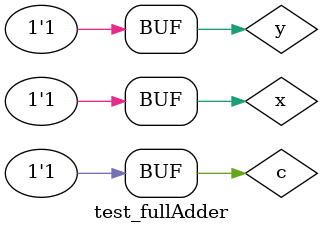
<source format=v>
   module fullAdder (output s1, output s2, input  a, input  b, input c);
	wire xor1, and1, and2, and3;
	xor XOR1 (xor1, a, b);
	and AND1 (and1, b, c);
	and AND2 (and2, a, c);
	and AND3 (and3, a, b);
	xor XOR2 (s2, xor1, c);
	or  OR1  (s1, and1, and2, and3);
endmodule // fullAdder

module test_fullAdder;
// ------------------------- definir dados
   reg x;
	reg y;
	reg c;
	wire s1;
	wire s2;
	
	fullAdder modulo (s1, s2, x, y, c);
	
	initial begin: start
		x = 0; 
		y = 0;
		c = 0;
	end
	
// ------------------------- parte principal
   initial begin
      $display("Exemplo0021 - Gabriel Carlos Damasceno Arriel - 451557");
      $display("Test ALU's full adder");
      $monitor("%b(a) + %b(b) + %b(c) = %b(s1)  %b(s2)",x,y,c,s1,s2); 
		#1 x = 0; y = 0; c = 1;  
		#1 x = 0; y = 1; c = 0;
		#1 x = 0; y = 1; c = 1;
		#1 x = 1; y = 0; c = 0;
		#1 x = 1; y = 0; c = 1;
		#1 x = 1; y = 1; c = 0;
		#1 x = 1; y = 1; c = 1;
   end
endmodule // test_fullAdder
</source>
